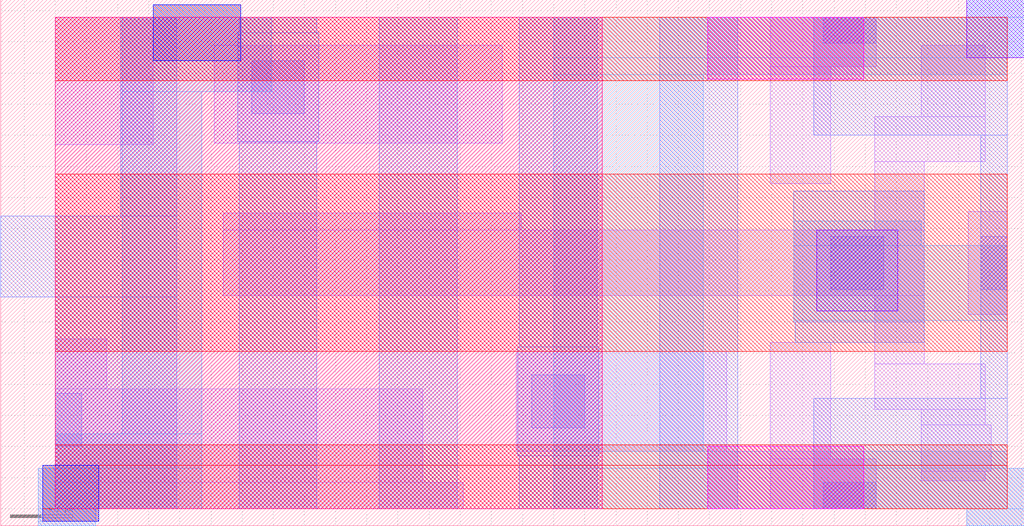
<source format=lef>
# Copyright 2020 The SkyWater PDK Authors
#
# Licensed under the Apache License, Version 2.0 (the "License");
# you may not use this file except in compliance with the License.
# You may obtain a copy of the License at
#
#     https://www.apache.org/licenses/LICENSE-2.0
#
# Unless required by applicable law or agreed to in writing, software
# distributed under the License is distributed on an "AS IS" BASIS,
# WITHOUT WARRANTIES OR CONDITIONS OF ANY KIND, either express or implied.
# See the License for the specific language governing permissions and
# limitations under the License.
#
# SPDX-License-Identifier: Apache-2.0

VERSION 5.7 ;
  NOWIREEXTENSIONATPIN ON ;
  DIVIDERCHAR "/" ;
  BUSBITCHARS "[]" ;
MACRO sky130_fd_bd_sram__sram_dp_swldrv_opt1d
  CLASS BLOCK ;
  FOREIGN sky130_fd_bd_sram__sram_dp_swldrv_opt1d ;
  ORIGIN  0.175000  0.055000 ;
  SIZE  3.285000 BY  1.690000 ;
  OBS
    LAYER li1 ;
      RECT 0.000000 0.000000 1.310000 0.085000 ;
      RECT 0.000000 0.085000 1.180000 0.385000 ;
      RECT 0.000000 0.385000 0.165000 0.545000 ;
      RECT 0.000000 1.170000 0.315000 1.580000 ;
      RECT 0.510000 1.175000 1.435000 1.490000 ;
      RECT 0.540000 0.685000 2.790000 0.895000 ;
      RECT 0.540000 0.895000 1.495000 0.950000 ;
      RECT 1.480000 0.185000 2.155000 0.505000 ;
      RECT 2.295000 0.000000 2.635000 0.160000 ;
      RECT 2.295000 0.160000 2.490000 0.535000 ;
      RECT 2.295000 1.045000 2.490000 1.420000 ;
      RECT 2.295000 1.420000 2.635000 1.580000 ;
      RECT 2.630000 0.320000 2.985000 0.465000 ;
      RECT 2.630000 0.465000 2.790000 0.685000 ;
      RECT 2.630000 0.895000 2.790000 1.115000 ;
      RECT 2.630000 1.115000 2.985000 1.260000 ;
      RECT 2.780000 0.090000 2.985000 0.120000 ;
      RECT 2.780000 0.120000 3.005000 0.270000 ;
      RECT 2.780000 0.270000 2.985000 0.320000 ;
      RECT 2.780000 1.260000 2.985000 1.490000 ;
      RECT 2.930000 0.625000 3.055000 0.955000 ;
    LAYER mcon ;
      RECT 0.000000 0.200000 0.085000 0.370000 ;
      RECT 0.630000 1.270000 0.800000 1.440000 ;
      RECT 1.530000 0.260000 1.700000 0.430000 ;
      RECT 2.465000 0.000000 2.635000 0.085000 ;
      RECT 2.465000 1.495000 2.635000 1.580000 ;
      RECT 2.490000 0.705000 2.660000 0.875000 ;
      RECT 2.970000 0.705000 3.055000 0.875000 ;
    LAYER met1 ;
      RECT -0.175000  0.680000 0.390000 0.940000 ;
      RECT -0.055000 -0.055000 0.130000 0.000000 ;
      RECT -0.055000  0.000000 0.390000 0.130000 ;
      RECT  0.000000  0.130000 0.390000 0.680000 ;
      RECT  0.210000  0.940000 0.390000 1.580000 ;
      RECT  0.585000  1.180000 0.845000 1.530000 ;
      RECT  0.590000  0.000000 0.840000 1.180000 ;
      RECT  0.590000  1.530000 0.840000 1.580000 ;
      RECT  1.040000  0.000000 1.290000 1.580000 ;
      RECT  1.485000  0.170000 1.745000 0.520000 ;
      RECT  1.490000  0.000000 1.740000 0.170000 ;
      RECT  1.490000  0.520000 1.740000 1.580000 ;
      RECT  1.940000  0.000000 2.190000 1.580000 ;
      RECT  2.370000  0.600000 2.790000 1.020000 ;
      RECT  2.375000  0.535000 2.790000 0.600000 ;
      RECT  2.435000  0.000000 3.110000 0.130000 ;
      RECT  2.435000  0.130000 3.055000 0.355000 ;
      RECT  2.435000  1.200000 3.055000 1.450000 ;
      RECT  2.435000  1.450000 3.110000 1.580000 ;
      RECT  2.925000 -0.055000 3.110000 0.000000 ;
      RECT  2.925000  1.580000 3.110000 1.635000 ;
      RECT  2.970000  0.355000 3.055000 1.200000 ;
    LAYER met2 ;
      RECT -0.055000 -0.055000 0.130000 -0.040000 ;
      RECT -0.055000 -0.040000 0.140000  0.000000 ;
      RECT -0.055000  0.000000 0.470000  0.130000 ;
      RECT -0.040000  0.130000 0.470000  0.140000 ;
      RECT  0.000000  0.140000 0.470000  0.240000 ;
      RECT  0.215000  0.240000 0.470000  1.340000 ;
      RECT  0.215000  1.340000 0.695000  1.580000 ;
      RECT  0.315000  1.580000 0.595000  1.620000 ;
      RECT  1.600000  0.000000 3.110000  0.130000 ;
      RECT  1.600000  0.130000 3.055000  0.185000 ;
      RECT  1.600000  0.185000 2.080000  1.395000 ;
      RECT  1.600000  1.395000 3.055000  1.450000 ;
      RECT  1.600000  1.450000 3.110000  1.580000 ;
      RECT  2.370000  0.605000 3.055000  0.845000 ;
      RECT  2.370000  0.845000 2.780000  0.925000 ;
      RECT  2.925000 -0.055000 3.110000  0.000000 ;
      RECT  2.925000  1.580000 3.110000  1.635000 ;
    LAYER met3 ;
      RECT -0.040000 -0.040000 0.140000 0.000000 ;
      RECT -0.040000  0.000000 3.055000 0.140000 ;
      RECT  0.000000  0.140000 3.055000 0.205000 ;
      RECT  0.000000  0.505000 3.055000 1.075000 ;
      RECT  0.000000  1.375000 3.055000 1.580000 ;
      RECT  0.315000  1.580000 0.595000 1.620000 ;
    LAYER nwell ;
      RECT 0.000000 0.000000 1.755000 1.580000 ;
    LAYER pwell ;
      RECT 2.095000 0.000000 2.595000 0.200000 ;
      RECT 2.095000 1.380000 2.595000 1.580000 ;
    LAYER via ;
      RECT 2.445000 0.635000 2.705000 0.895000 ;
      RECT 2.925000 1.450000 3.110000 1.635000 ;
    LAYER via2 ;
      RECT -0.040000 -0.040000 0.140000 0.140000 ;
      RECT  0.315000  1.440000 0.595000 1.620000 ;
  END
END sky130_fd_bd_sram__sram_dp_swldrv_opt1d
END LIBRARY

</source>
